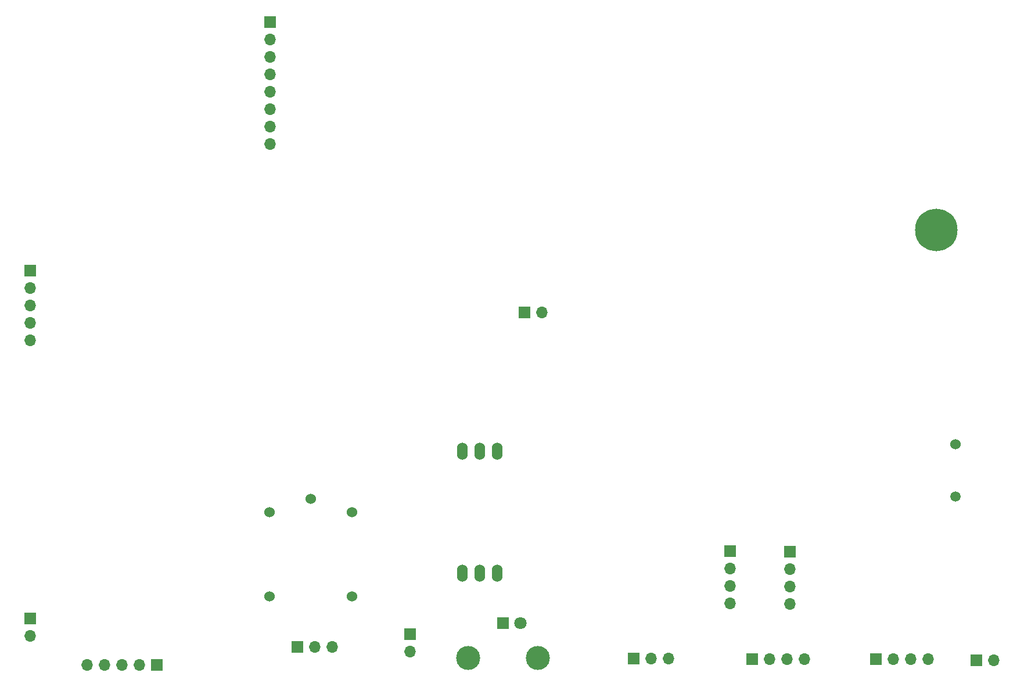
<source format=gbs>
G04 #@! TF.FileFunction,Soldermask,Bot*
%FSLAX46Y46*%
G04 Gerber Fmt 4.6, Leading zero omitted, Abs format (unit mm)*
G04 Created by KiCad (PCBNEW 4.0.7) date 06/14/18 07:18:42*
%MOMM*%
%LPD*%
G01*
G04 APERTURE LIST*
%ADD10C,0.100000*%
%ADD11C,1.500000*%
%ADD12C,1.524000*%
%ADD13R,1.700000X1.700000*%
%ADD14O,1.700000X1.700000*%
%ADD15O,1.542000X2.540000*%
%ADD16O,1.524000X2.540000*%
%ADD17C,3.500000*%
%ADD18R,1.800000X1.800000*%
%ADD19C,1.800000*%
%ADD20C,6.200000*%
G04 APERTURE END LIST*
D10*
D11*
X192130000Y-101530000D03*
D12*
X192130000Y-93930000D03*
D13*
X145170000Y-125170000D03*
D14*
X147710000Y-125170000D03*
X150250000Y-125170000D03*
D15*
X120240000Y-94880000D03*
D16*
X122780000Y-94880000D03*
X125320000Y-94880000D03*
X120240000Y-112660000D03*
X122780000Y-112660000D03*
X125320000Y-112660000D03*
D13*
X92160000Y-32330000D03*
D14*
X92160000Y-34870000D03*
X92160000Y-37410000D03*
X92160000Y-39950000D03*
X92160000Y-42490000D03*
X92160000Y-45030000D03*
X92160000Y-47570000D03*
X92160000Y-50110000D03*
D13*
X57260000Y-119290000D03*
D14*
X57260000Y-121830000D03*
D13*
X57230000Y-68620000D03*
D14*
X57230000Y-71160000D03*
X57230000Y-73700000D03*
X57230000Y-76240000D03*
X57230000Y-78780000D03*
D13*
X129250000Y-74650000D03*
D14*
X131790000Y-74650000D03*
D13*
X180470000Y-125210000D03*
D14*
X183010000Y-125210000D03*
X185550000Y-125210000D03*
X188090000Y-125210000D03*
D13*
X167980000Y-109540000D03*
D14*
X167980000Y-112080000D03*
X167980000Y-114620000D03*
X167980000Y-117160000D03*
D13*
X159280000Y-109520000D03*
D14*
X159280000Y-112060000D03*
X159280000Y-114600000D03*
X159280000Y-117140000D03*
D17*
X131230000Y-125080000D03*
X121070000Y-125080000D03*
D18*
X126150000Y-120000000D03*
D19*
X128690000Y-120000000D03*
D13*
X162510000Y-125250000D03*
D14*
X165050000Y-125250000D03*
X167590000Y-125250000D03*
X170130000Y-125250000D03*
D13*
X195190000Y-125400000D03*
D14*
X197730000Y-125400000D03*
D13*
X96170000Y-123470000D03*
D14*
X98710000Y-123470000D03*
X101250000Y-123470000D03*
D12*
X104140000Y-116050000D03*
X104140000Y-103850000D03*
X92140000Y-116050000D03*
X92140000Y-103850000D03*
X98140000Y-101850000D03*
D13*
X112610000Y-121580000D03*
D14*
X112610000Y-124120000D03*
D20*
X189340000Y-62700000D03*
D13*
X75650000Y-126060000D03*
D14*
X73110000Y-126060000D03*
X70570000Y-126060000D03*
X68030000Y-126060000D03*
X65490000Y-126060000D03*
M02*

</source>
